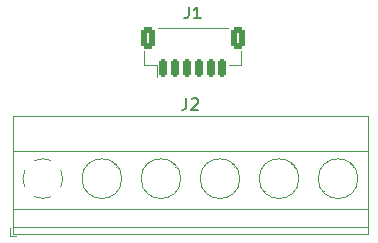
<source format=gto>
%TF.GenerationSoftware,KiCad,Pcbnew,8.0.8*%
%TF.CreationDate,2025-02-10T19:39:04-08:00*%
%TF.ProjectId,Lidar Power Adapter,4c696461-7220-4506-9f77-657220416461,rev?*%
%TF.SameCoordinates,Original*%
%TF.FileFunction,Legend,Top*%
%TF.FilePolarity,Positive*%
%FSLAX46Y46*%
G04 Gerber Fmt 4.6, Leading zero omitted, Abs format (unit mm)*
G04 Created by KiCad (PCBNEW 8.0.8) date 2025-02-10 19:39:04*
%MOMM*%
%LPD*%
G01*
G04 APERTURE LIST*
G04 Aperture macros list*
%AMRoundRect*
0 Rectangle with rounded corners*
0 $1 Rounding radius*
0 $2 $3 $4 $5 $6 $7 $8 $9 X,Y pos of 4 corners*
0 Add a 4 corners polygon primitive as box body*
4,1,4,$2,$3,$4,$5,$6,$7,$8,$9,$2,$3,0*
0 Add four circle primitives for the rounded corners*
1,1,$1+$1,$2,$3*
1,1,$1+$1,$4,$5*
1,1,$1+$1,$6,$7*
1,1,$1+$1,$8,$9*
0 Add four rect primitives between the rounded corners*
20,1,$1+$1,$2,$3,$4,$5,0*
20,1,$1+$1,$4,$5,$6,$7,0*
20,1,$1+$1,$6,$7,$8,$9,0*
20,1,$1+$1,$8,$9,$2,$3,0*%
G04 Aperture macros list end*
%ADD10C,0.150000*%
%ADD11C,0.120000*%
%ADD12RoundRect,0.150000X-0.150000X-0.625000X0.150000X-0.625000X0.150000X0.625000X-0.150000X0.625000X0*%
%ADD13RoundRect,0.250000X-0.350000X-0.650000X0.350000X-0.650000X0.350000X0.650000X-0.350000X0.650000X0*%
%ADD14R,2.600000X2.600000*%
%ADD15C,2.600000*%
G04 APERTURE END LIST*
D10*
X148366666Y-62927619D02*
X148366666Y-63641904D01*
X148366666Y-63641904D02*
X148319047Y-63784761D01*
X148319047Y-63784761D02*
X148223809Y-63880000D01*
X148223809Y-63880000D02*
X148080952Y-63927619D01*
X148080952Y-63927619D02*
X147985714Y-63927619D01*
X149366666Y-63927619D02*
X148795238Y-63927619D01*
X149080952Y-63927619D02*
X149080952Y-62927619D01*
X149080952Y-62927619D02*
X148985714Y-63070476D01*
X148985714Y-63070476D02*
X148890476Y-63165714D01*
X148890476Y-63165714D02*
X148795238Y-63213333D01*
X148166666Y-70694819D02*
X148166666Y-71409104D01*
X148166666Y-71409104D02*
X148119047Y-71551961D01*
X148119047Y-71551961D02*
X148023809Y-71647200D01*
X148023809Y-71647200D02*
X147880952Y-71694819D01*
X147880952Y-71694819D02*
X147785714Y-71694819D01*
X148595238Y-70790057D02*
X148642857Y-70742438D01*
X148642857Y-70742438D02*
X148738095Y-70694819D01*
X148738095Y-70694819D02*
X148976190Y-70694819D01*
X148976190Y-70694819D02*
X149071428Y-70742438D01*
X149071428Y-70742438D02*
X149119047Y-70790057D01*
X149119047Y-70790057D02*
X149166666Y-70885295D01*
X149166666Y-70885295D02*
X149166666Y-70980533D01*
X149166666Y-70980533D02*
X149119047Y-71123390D01*
X149119047Y-71123390D02*
X148547619Y-71694819D01*
X148547619Y-71694819D02*
X149166666Y-71694819D01*
D11*
%TO.C,J1*%
X144590000Y-66732800D02*
X144590000Y-67882800D01*
X144590000Y-67882800D02*
X145640000Y-67882800D01*
X145640000Y-67882800D02*
X145640000Y-68872800D01*
X145760000Y-64762800D02*
X151640000Y-64762800D01*
X152810000Y-66732800D02*
X152810000Y-67882800D01*
X152810000Y-67882800D02*
X151760000Y-67882800D01*
%TO.C,J2*%
X133200000Y-81660000D02*
X133200000Y-82400000D01*
X133200000Y-82400000D02*
X133700000Y-82400000D01*
X133440000Y-72239000D02*
X133440000Y-82160000D01*
X133440000Y-72239000D02*
X163560000Y-72239000D01*
X133440000Y-75199000D02*
X163560000Y-75199000D01*
X133440000Y-80100000D02*
X163560000Y-80100000D01*
X133440000Y-81600000D02*
X163560000Y-81600000D01*
X133440000Y-82160000D02*
X163560000Y-82160000D01*
X139773000Y-78523000D02*
X139726000Y-78569000D01*
X139966000Y-78739000D02*
X139931000Y-78774000D01*
X142070000Y-76225000D02*
X142035000Y-76261000D01*
X142275000Y-76431000D02*
X142228000Y-76477000D01*
X144773000Y-78523000D02*
X144726000Y-78569000D01*
X144966000Y-78739000D02*
X144931000Y-78774000D01*
X147070000Y-76225000D02*
X147035000Y-76261000D01*
X147275000Y-76431000D02*
X147228000Y-76477000D01*
X149773000Y-78523000D02*
X149726000Y-78569000D01*
X149966000Y-78739000D02*
X149931000Y-78774000D01*
X152070000Y-76225000D02*
X152035000Y-76261000D01*
X152275000Y-76431000D02*
X152228000Y-76477000D01*
X154773000Y-78523000D02*
X154726000Y-78569000D01*
X154966000Y-78739000D02*
X154931000Y-78774000D01*
X157070000Y-76225000D02*
X157035000Y-76261000D01*
X157275000Y-76431000D02*
X157228000Y-76477000D01*
X159773000Y-78523000D02*
X159726000Y-78569000D01*
X159966000Y-78739000D02*
X159931000Y-78774000D01*
X162070000Y-76225000D02*
X162035000Y-76261000D01*
X162275000Y-76431000D02*
X162228000Y-76477000D01*
X163560000Y-72239000D02*
X163560000Y-82160000D01*
X134464573Y-78183042D02*
G75*
G02*
X134465000Y-76816000I1535420J683041D01*
G01*
X135316958Y-75964573D02*
G75*
G02*
X136684000Y-75965000I683041J-1535420D01*
G01*
X136028805Y-79180253D02*
G75*
G02*
X135316000Y-79035000I-28806J1680254D01*
G01*
X136683318Y-79034756D02*
G75*
G02*
X136000000Y-79180000I-683318J1534756D01*
G01*
X137535427Y-76816958D02*
G75*
G02*
X137535000Y-78184000I-1535427J-683042D01*
G01*
X142680000Y-77500000D02*
G75*
G02*
X139320000Y-77500000I-1680000J0D01*
G01*
X139320000Y-77500000D02*
G75*
G02*
X142680000Y-77500000I1680000J0D01*
G01*
X147680000Y-77500000D02*
G75*
G02*
X144320000Y-77500000I-1680000J0D01*
G01*
X144320000Y-77500000D02*
G75*
G02*
X147680000Y-77500000I1680000J0D01*
G01*
X152680000Y-77500000D02*
G75*
G02*
X149320000Y-77500000I-1680000J0D01*
G01*
X149320000Y-77500000D02*
G75*
G02*
X152680000Y-77500000I1680000J0D01*
G01*
X157680000Y-77500000D02*
G75*
G02*
X154320000Y-77500000I-1680000J0D01*
G01*
X154320000Y-77500000D02*
G75*
G02*
X157680000Y-77500000I1680000J0D01*
G01*
X162680000Y-77500000D02*
G75*
G02*
X159320000Y-77500000I-1680000J0D01*
G01*
X159320000Y-77500000D02*
G75*
G02*
X162680000Y-77500000I1680000J0D01*
G01*
%TD*%
%LPC*%
D12*
%TO.C,J1*%
X146200000Y-68097800D03*
X147200000Y-68097800D03*
X148200000Y-68097800D03*
X149200000Y-68097800D03*
X150200000Y-68097800D03*
X151200000Y-68097800D03*
D13*
X144900000Y-65572800D03*
X152500000Y-65572800D03*
%TD*%
D14*
%TO.C,J2*%
X136000000Y-77500000D03*
D15*
X141000000Y-77500000D03*
X146000000Y-77500000D03*
X151000000Y-77500000D03*
X156000000Y-77500000D03*
X161000000Y-77500000D03*
%TD*%
%LPD*%
M02*

</source>
